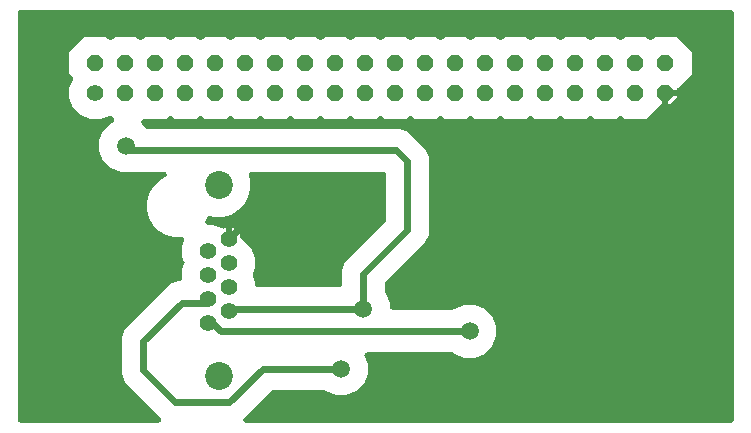
<source format=gbr>
G04 EAGLE Gerber X2 export*
%TF.Part,Single*%
%TF.FileFunction,Copper,L2,Bot,Mixed*%
%TF.FilePolarity,Positive*%
%TF.GenerationSoftware,Autodesk,EAGLE,8.6.3*%
%TF.CreationDate,2019-03-24T10:24:13Z*%
G75*
%MOMM*%
%FSLAX34Y34*%
%LPD*%
%AMOC8*
5,1,8,0,0,1.08239X$1,22.5*%
G01*
%ADD10C,1.422400*%
%ADD11P,1.539592X8X22.500000*%
%ADD12C,2.362200*%
%ADD13C,1.500000*%
%ADD14C,0.609600*%

G36*
X81545Y-9528D02*
X81545Y-9528D01*
X81675Y-9526D01*
X81769Y-9508D01*
X81864Y-9499D01*
X81990Y-9465D01*
X82117Y-9440D01*
X82207Y-9406D01*
X82299Y-9381D01*
X82416Y-9325D01*
X82537Y-9278D01*
X82619Y-9228D01*
X82705Y-9187D01*
X82811Y-9112D01*
X82922Y-9044D01*
X82994Y-8981D01*
X83071Y-8925D01*
X83162Y-8832D01*
X83259Y-8746D01*
X83319Y-8671D01*
X83385Y-8603D01*
X83458Y-8495D01*
X83539Y-8393D01*
X83584Y-8309D01*
X83637Y-8230D01*
X83690Y-8111D01*
X83752Y-7996D01*
X83781Y-7905D01*
X83820Y-7818D01*
X83851Y-7691D01*
X83891Y-7568D01*
X83904Y-7473D01*
X83926Y-7380D01*
X83934Y-7251D01*
X83952Y-7122D01*
X83948Y-7026D01*
X83954Y-6931D01*
X83939Y-6802D01*
X83934Y-6672D01*
X83913Y-6579D01*
X83902Y-6484D01*
X83864Y-6359D01*
X83836Y-6232D01*
X83799Y-6144D01*
X83772Y-6053D01*
X83713Y-5937D01*
X83663Y-5817D01*
X83611Y-5736D01*
X83567Y-5651D01*
X83489Y-5548D01*
X83418Y-5439D01*
X83332Y-5341D01*
X83295Y-5293D01*
X83262Y-5262D01*
X83211Y-5204D01*
X53335Y24672D01*
X50587Y31305D01*
X50587Y62895D01*
X53335Y69528D01*
X91308Y107501D01*
X97941Y110249D01*
X98848Y110249D01*
X98883Y110252D01*
X98917Y110250D01*
X99106Y110272D01*
X99297Y110289D01*
X99330Y110298D01*
X99364Y110302D01*
X99547Y110357D01*
X99731Y110407D01*
X99762Y110422D01*
X99795Y110432D01*
X99966Y110519D01*
X100138Y110601D01*
X100166Y110621D01*
X100197Y110636D01*
X100349Y110752D01*
X100504Y110863D01*
X100528Y110888D01*
X100555Y110908D01*
X100684Y111048D01*
X100818Y111185D01*
X100837Y111214D01*
X100861Y111240D01*
X100963Y111401D01*
X101070Y111558D01*
X101084Y111590D01*
X101102Y111619D01*
X101175Y111796D01*
X101252Y111970D01*
X101260Y112004D01*
X101273Y112036D01*
X101313Y112223D01*
X101359Y112408D01*
X101361Y112442D01*
X101368Y112476D01*
X101387Y112788D01*
X101387Y120078D01*
X103371Y124868D01*
X103421Y125025D01*
X103477Y125180D01*
X103488Y125240D01*
X103506Y125298D01*
X103527Y125461D01*
X103555Y125623D01*
X103555Y125684D01*
X103563Y125745D01*
X103554Y125909D01*
X103554Y126073D01*
X103543Y126133D01*
X103540Y126194D01*
X103502Y126354D01*
X103473Y126516D01*
X103448Y126589D01*
X103438Y126633D01*
X103414Y126689D01*
X103371Y126812D01*
X101387Y131601D01*
X101387Y140399D01*
X102950Y144172D01*
X102975Y144251D01*
X103008Y144326D01*
X103042Y144465D01*
X103085Y144602D01*
X103096Y144684D01*
X103115Y144764D01*
X103124Y144906D01*
X103142Y145049D01*
X103138Y145131D01*
X103143Y145213D01*
X103126Y145355D01*
X103119Y145498D01*
X103100Y145578D01*
X103091Y145660D01*
X103049Y145798D01*
X103017Y145937D01*
X102984Y146012D01*
X102960Y146091D01*
X102895Y146219D01*
X102839Y146350D01*
X102793Y146419D01*
X102756Y146493D01*
X102670Y146607D01*
X102591Y146726D01*
X102534Y146786D01*
X102484Y146851D01*
X102379Y146948D01*
X102280Y147052D01*
X102214Y147101D01*
X102153Y147157D01*
X102032Y147234D01*
X101917Y147318D01*
X101843Y147354D01*
X101773Y147398D01*
X101641Y147453D01*
X101512Y147516D01*
X101433Y147538D01*
X101357Y147569D01*
X101216Y147599D01*
X101079Y147639D01*
X100997Y147647D01*
X100916Y147664D01*
X100670Y147679D01*
X100631Y147683D01*
X100620Y147682D01*
X100604Y147683D01*
X94622Y147683D01*
X87904Y149484D01*
X81880Y152961D01*
X76961Y157880D01*
X73484Y163904D01*
X71683Y170622D01*
X71683Y177578D01*
X73484Y184296D01*
X76961Y190320D01*
X81880Y195239D01*
X87170Y198293D01*
X87180Y198300D01*
X87190Y198305D01*
X87362Y198428D01*
X87538Y198552D01*
X87547Y198560D01*
X87556Y198567D01*
X87706Y198721D01*
X87855Y198872D01*
X87862Y198881D01*
X87870Y198889D01*
X87989Y199066D01*
X88111Y199242D01*
X88116Y199253D01*
X88122Y199262D01*
X88209Y199459D01*
X88297Y199652D01*
X88300Y199664D01*
X88304Y199674D01*
X88355Y199881D01*
X88407Y200089D01*
X88408Y200101D01*
X88411Y200112D01*
X88424Y200323D01*
X88439Y200538D01*
X88438Y200550D01*
X88439Y200561D01*
X88414Y200774D01*
X88391Y200986D01*
X88388Y200997D01*
X88387Y201008D01*
X88324Y201215D01*
X88265Y201418D01*
X88260Y201428D01*
X88256Y201439D01*
X88159Y201630D01*
X88064Y201821D01*
X88057Y201830D01*
X88052Y201841D01*
X87924Y202010D01*
X87795Y202182D01*
X87787Y202190D01*
X87780Y202199D01*
X87623Y202344D01*
X87467Y202490D01*
X87457Y202497D01*
X87449Y202505D01*
X87268Y202620D01*
X87089Y202736D01*
X87079Y202740D01*
X87069Y202746D01*
X86870Y202828D01*
X86674Y202910D01*
X86663Y202913D01*
X86652Y202917D01*
X86443Y202962D01*
X86235Y203009D01*
X86224Y203010D01*
X86212Y203012D01*
X85900Y203031D01*
X60265Y203031D01*
X60149Y203021D01*
X60032Y203021D01*
X59925Y203001D01*
X59817Y202991D01*
X59704Y202961D01*
X59589Y202940D01*
X59443Y202889D01*
X59382Y202873D01*
X59350Y202857D01*
X59293Y202838D01*
X58476Y202499D01*
X49524Y202499D01*
X41254Y205925D01*
X34925Y212254D01*
X31499Y220524D01*
X31499Y229476D01*
X34925Y237746D01*
X41254Y244075D01*
X42338Y244524D01*
X42411Y244562D01*
X42488Y244592D01*
X42611Y244667D01*
X42737Y244733D01*
X42803Y244783D01*
X42873Y244826D01*
X42980Y244921D01*
X43093Y245008D01*
X43149Y245070D01*
X43210Y245124D01*
X43299Y245236D01*
X43395Y245343D01*
X43439Y245413D01*
X43490Y245477D01*
X43557Y245603D01*
X43633Y245725D01*
X43664Y245802D01*
X43702Y245874D01*
X43747Y246010D01*
X43800Y246143D01*
X43816Y246224D01*
X43842Y246302D01*
X43861Y246444D01*
X43890Y246584D01*
X43892Y246667D01*
X43903Y246748D01*
X43897Y246892D01*
X43901Y247035D01*
X43888Y247116D01*
X43885Y247198D01*
X43854Y247338D01*
X43832Y247480D01*
X43805Y247557D01*
X43787Y247638D01*
X43732Y247770D01*
X43685Y247905D01*
X43645Y247977D01*
X43613Y248053D01*
X43536Y248174D01*
X43466Y248299D01*
X43414Y248362D01*
X43369Y248432D01*
X43206Y248617D01*
X43181Y248647D01*
X43173Y248654D01*
X43162Y248666D01*
X42072Y249756D01*
X41908Y249893D01*
X41748Y250030D01*
X41737Y250036D01*
X41727Y250045D01*
X41542Y250151D01*
X41359Y250257D01*
X41347Y250262D01*
X41336Y250268D01*
X41136Y250339D01*
X40937Y250412D01*
X40924Y250415D01*
X40911Y250419D01*
X40702Y250454D01*
X40493Y250490D01*
X40480Y250490D01*
X40467Y250493D01*
X40253Y250490D01*
X40043Y250489D01*
X40030Y250487D01*
X40017Y250486D01*
X39808Y250446D01*
X39600Y250408D01*
X39585Y250403D01*
X39575Y250401D01*
X39538Y250387D01*
X39305Y250306D01*
X32498Y247487D01*
X23701Y247487D01*
X15574Y250854D01*
X9354Y257074D01*
X5987Y265201D01*
X5987Y273998D01*
X8806Y280805D01*
X8870Y281008D01*
X8935Y281209D01*
X8937Y281222D01*
X8941Y281234D01*
X8968Y281446D01*
X8997Y281655D01*
X8996Y281668D01*
X8998Y281681D01*
X8987Y281892D01*
X8978Y282105D01*
X8976Y282118D01*
X8975Y282131D01*
X8927Y282336D01*
X8881Y282544D01*
X8876Y282556D01*
X8873Y282569D01*
X8789Y282765D01*
X8707Y282960D01*
X8700Y282971D01*
X8695Y282983D01*
X8578Y283160D01*
X8463Y283338D01*
X8453Y283350D01*
X8447Y283358D01*
X8420Y283387D01*
X8256Y283572D01*
X5987Y285841D01*
X5987Y304159D01*
X18941Y317113D01*
X37259Y317113D01*
X39004Y315368D01*
X39031Y315345D01*
X39054Y315319D01*
X39203Y315201D01*
X39350Y315079D01*
X39380Y315061D01*
X39407Y315040D01*
X39575Y314950D01*
X39741Y314855D01*
X39773Y314844D01*
X39804Y314827D01*
X39985Y314769D01*
X40165Y314705D01*
X40199Y314699D01*
X40232Y314688D01*
X40421Y314662D01*
X40609Y314631D01*
X40644Y314632D01*
X40678Y314627D01*
X40869Y314635D01*
X41059Y314637D01*
X41094Y314644D01*
X41128Y314645D01*
X41314Y314686D01*
X41502Y314723D01*
X41534Y314735D01*
X41568Y314743D01*
X41744Y314816D01*
X41922Y314885D01*
X41951Y314903D01*
X41983Y314916D01*
X42144Y315020D01*
X42306Y315119D01*
X42332Y315142D01*
X42361Y315161D01*
X42596Y315368D01*
X44341Y317113D01*
X62659Y317113D01*
X64404Y315368D01*
X64431Y315345D01*
X64454Y315319D01*
X64603Y315201D01*
X64750Y315079D01*
X64780Y315061D01*
X64807Y315040D01*
X64975Y314950D01*
X65141Y314855D01*
X65173Y314844D01*
X65204Y314827D01*
X65385Y314769D01*
X65565Y314705D01*
X65599Y314699D01*
X65632Y314688D01*
X65821Y314662D01*
X66009Y314631D01*
X66044Y314632D01*
X66078Y314627D01*
X66269Y314635D01*
X66459Y314637D01*
X66494Y314644D01*
X66528Y314645D01*
X66714Y314686D01*
X66902Y314723D01*
X66934Y314735D01*
X66968Y314743D01*
X67144Y314816D01*
X67322Y314885D01*
X67351Y314903D01*
X67383Y314916D01*
X67544Y315020D01*
X67706Y315119D01*
X67732Y315142D01*
X67761Y315161D01*
X67996Y315368D01*
X69741Y317113D01*
X88059Y317113D01*
X89804Y315368D01*
X89831Y315345D01*
X89854Y315319D01*
X90003Y315201D01*
X90150Y315079D01*
X90180Y315061D01*
X90207Y315040D01*
X90375Y314950D01*
X90541Y314855D01*
X90573Y314844D01*
X90604Y314827D01*
X90785Y314769D01*
X90965Y314705D01*
X90999Y314699D01*
X91032Y314688D01*
X91221Y314662D01*
X91409Y314631D01*
X91444Y314632D01*
X91478Y314627D01*
X91669Y314635D01*
X91859Y314637D01*
X91894Y314644D01*
X91928Y314645D01*
X92114Y314686D01*
X92302Y314723D01*
X92334Y314735D01*
X92368Y314743D01*
X92544Y314816D01*
X92722Y314885D01*
X92751Y314903D01*
X92783Y314916D01*
X92944Y315020D01*
X93106Y315119D01*
X93132Y315142D01*
X93161Y315161D01*
X93396Y315368D01*
X95141Y317113D01*
X113459Y317113D01*
X115204Y315368D01*
X115231Y315345D01*
X115254Y315319D01*
X115403Y315201D01*
X115550Y315079D01*
X115580Y315061D01*
X115607Y315040D01*
X115775Y314950D01*
X115941Y314855D01*
X115973Y314844D01*
X116004Y314827D01*
X116185Y314769D01*
X116365Y314705D01*
X116399Y314699D01*
X116432Y314688D01*
X116621Y314662D01*
X116809Y314631D01*
X116844Y314632D01*
X116878Y314627D01*
X117069Y314635D01*
X117259Y314637D01*
X117294Y314644D01*
X117328Y314645D01*
X117514Y314686D01*
X117702Y314723D01*
X117734Y314735D01*
X117768Y314743D01*
X117944Y314816D01*
X118122Y314885D01*
X118151Y314903D01*
X118183Y314916D01*
X118344Y315020D01*
X118506Y315119D01*
X118532Y315142D01*
X118561Y315161D01*
X118796Y315368D01*
X120541Y317113D01*
X138859Y317113D01*
X140604Y315368D01*
X140631Y315345D01*
X140654Y315319D01*
X140803Y315201D01*
X140950Y315079D01*
X140980Y315061D01*
X141007Y315040D01*
X141175Y314950D01*
X141341Y314855D01*
X141373Y314844D01*
X141404Y314827D01*
X141585Y314769D01*
X141765Y314705D01*
X141799Y314699D01*
X141832Y314688D01*
X142021Y314662D01*
X142209Y314631D01*
X142244Y314632D01*
X142278Y314627D01*
X142469Y314635D01*
X142659Y314637D01*
X142694Y314644D01*
X142728Y314645D01*
X142914Y314686D01*
X143102Y314723D01*
X143134Y314735D01*
X143168Y314743D01*
X143344Y314816D01*
X143522Y314885D01*
X143551Y314903D01*
X143583Y314916D01*
X143744Y315020D01*
X143906Y315119D01*
X143932Y315142D01*
X143961Y315161D01*
X144196Y315368D01*
X145941Y317113D01*
X164259Y317113D01*
X166004Y315368D01*
X166031Y315345D01*
X166054Y315319D01*
X166203Y315201D01*
X166350Y315079D01*
X166380Y315061D01*
X166407Y315040D01*
X166575Y314950D01*
X166741Y314855D01*
X166773Y314844D01*
X166804Y314827D01*
X166985Y314769D01*
X167165Y314705D01*
X167199Y314699D01*
X167232Y314688D01*
X167421Y314662D01*
X167609Y314631D01*
X167644Y314632D01*
X167678Y314627D01*
X167869Y314635D01*
X168059Y314637D01*
X168094Y314644D01*
X168128Y314645D01*
X168314Y314686D01*
X168502Y314723D01*
X168534Y314735D01*
X168568Y314743D01*
X168744Y314816D01*
X168922Y314885D01*
X168951Y314903D01*
X168983Y314916D01*
X169144Y315020D01*
X169306Y315119D01*
X169332Y315142D01*
X169361Y315161D01*
X169596Y315368D01*
X171341Y317113D01*
X189659Y317113D01*
X191404Y315368D01*
X191431Y315345D01*
X191454Y315319D01*
X191603Y315201D01*
X191750Y315079D01*
X191780Y315061D01*
X191807Y315040D01*
X191975Y314950D01*
X192141Y314855D01*
X192173Y314844D01*
X192204Y314827D01*
X192385Y314769D01*
X192565Y314705D01*
X192599Y314699D01*
X192632Y314688D01*
X192821Y314662D01*
X193009Y314631D01*
X193044Y314632D01*
X193078Y314627D01*
X193269Y314635D01*
X193459Y314637D01*
X193494Y314644D01*
X193528Y314645D01*
X193714Y314686D01*
X193902Y314723D01*
X193934Y314735D01*
X193968Y314743D01*
X194144Y314816D01*
X194322Y314885D01*
X194351Y314903D01*
X194383Y314916D01*
X194544Y315020D01*
X194706Y315119D01*
X194732Y315142D01*
X194761Y315161D01*
X194996Y315368D01*
X196741Y317113D01*
X215059Y317113D01*
X216804Y315368D01*
X216831Y315345D01*
X216854Y315319D01*
X217003Y315201D01*
X217150Y315079D01*
X217180Y315061D01*
X217207Y315040D01*
X217375Y314950D01*
X217541Y314855D01*
X217573Y314844D01*
X217604Y314827D01*
X217785Y314769D01*
X217965Y314705D01*
X217999Y314699D01*
X218032Y314688D01*
X218221Y314662D01*
X218409Y314631D01*
X218444Y314632D01*
X218478Y314627D01*
X218669Y314635D01*
X218859Y314637D01*
X218894Y314644D01*
X218928Y314645D01*
X219114Y314686D01*
X219302Y314723D01*
X219334Y314735D01*
X219368Y314743D01*
X219544Y314816D01*
X219722Y314885D01*
X219751Y314903D01*
X219783Y314916D01*
X219944Y315020D01*
X220106Y315119D01*
X220132Y315142D01*
X220161Y315161D01*
X220396Y315368D01*
X222141Y317113D01*
X240459Y317113D01*
X242204Y315368D01*
X242231Y315345D01*
X242254Y315319D01*
X242403Y315201D01*
X242550Y315079D01*
X242580Y315061D01*
X242607Y315040D01*
X242775Y314950D01*
X242941Y314855D01*
X242973Y314844D01*
X243004Y314827D01*
X243185Y314769D01*
X243365Y314705D01*
X243399Y314699D01*
X243432Y314688D01*
X243621Y314662D01*
X243809Y314631D01*
X243844Y314632D01*
X243878Y314627D01*
X244069Y314635D01*
X244259Y314637D01*
X244294Y314644D01*
X244328Y314645D01*
X244514Y314686D01*
X244702Y314723D01*
X244734Y314735D01*
X244768Y314743D01*
X244944Y314816D01*
X245122Y314885D01*
X245151Y314903D01*
X245183Y314916D01*
X245344Y315020D01*
X245506Y315119D01*
X245532Y315142D01*
X245561Y315161D01*
X245796Y315368D01*
X247541Y317113D01*
X265859Y317113D01*
X267604Y315368D01*
X267631Y315345D01*
X267654Y315319D01*
X267803Y315201D01*
X267950Y315079D01*
X267980Y315061D01*
X268007Y315040D01*
X268175Y314950D01*
X268341Y314855D01*
X268373Y314844D01*
X268404Y314827D01*
X268585Y314769D01*
X268765Y314705D01*
X268799Y314699D01*
X268832Y314688D01*
X269021Y314662D01*
X269209Y314631D01*
X269244Y314632D01*
X269278Y314627D01*
X269469Y314635D01*
X269659Y314637D01*
X269694Y314644D01*
X269728Y314645D01*
X269914Y314686D01*
X270102Y314723D01*
X270134Y314735D01*
X270168Y314743D01*
X270344Y314816D01*
X270522Y314885D01*
X270551Y314903D01*
X270583Y314916D01*
X270744Y315020D01*
X270906Y315119D01*
X270932Y315142D01*
X270961Y315161D01*
X271196Y315368D01*
X272941Y317113D01*
X291259Y317113D01*
X293004Y315368D01*
X293031Y315345D01*
X293054Y315319D01*
X293203Y315201D01*
X293350Y315079D01*
X293380Y315061D01*
X293407Y315040D01*
X293575Y314950D01*
X293741Y314855D01*
X293773Y314844D01*
X293804Y314827D01*
X293985Y314769D01*
X294165Y314705D01*
X294199Y314699D01*
X294232Y314688D01*
X294421Y314662D01*
X294609Y314631D01*
X294644Y314632D01*
X294678Y314627D01*
X294869Y314635D01*
X295059Y314637D01*
X295094Y314644D01*
X295128Y314645D01*
X295314Y314686D01*
X295502Y314723D01*
X295534Y314735D01*
X295568Y314743D01*
X295744Y314816D01*
X295922Y314885D01*
X295951Y314903D01*
X295983Y314916D01*
X296144Y315020D01*
X296306Y315119D01*
X296332Y315142D01*
X296361Y315161D01*
X296596Y315368D01*
X298341Y317113D01*
X316659Y317113D01*
X318404Y315368D01*
X318431Y315345D01*
X318454Y315319D01*
X318603Y315201D01*
X318750Y315079D01*
X318780Y315061D01*
X318807Y315040D01*
X318975Y314950D01*
X319141Y314855D01*
X319173Y314844D01*
X319204Y314827D01*
X319385Y314769D01*
X319565Y314705D01*
X319599Y314699D01*
X319632Y314688D01*
X319821Y314662D01*
X320009Y314631D01*
X320044Y314632D01*
X320078Y314627D01*
X320269Y314635D01*
X320459Y314637D01*
X320494Y314644D01*
X320528Y314645D01*
X320714Y314686D01*
X320902Y314723D01*
X320934Y314735D01*
X320968Y314743D01*
X321144Y314816D01*
X321322Y314885D01*
X321351Y314903D01*
X321383Y314916D01*
X321544Y315020D01*
X321706Y315119D01*
X321732Y315142D01*
X321761Y315161D01*
X321996Y315368D01*
X323741Y317113D01*
X342059Y317113D01*
X343804Y315368D01*
X343831Y315345D01*
X343854Y315319D01*
X344003Y315201D01*
X344150Y315079D01*
X344180Y315061D01*
X344207Y315040D01*
X344375Y314950D01*
X344541Y314855D01*
X344573Y314844D01*
X344604Y314827D01*
X344785Y314769D01*
X344965Y314705D01*
X344999Y314699D01*
X345032Y314688D01*
X345221Y314662D01*
X345409Y314631D01*
X345444Y314632D01*
X345478Y314627D01*
X345669Y314635D01*
X345859Y314637D01*
X345894Y314644D01*
X345928Y314645D01*
X346114Y314686D01*
X346302Y314723D01*
X346334Y314735D01*
X346368Y314743D01*
X346544Y314816D01*
X346722Y314885D01*
X346751Y314903D01*
X346783Y314916D01*
X346944Y315020D01*
X347106Y315119D01*
X347132Y315142D01*
X347161Y315161D01*
X347396Y315368D01*
X349141Y317113D01*
X367459Y317113D01*
X369204Y315368D01*
X369231Y315345D01*
X369254Y315319D01*
X369403Y315201D01*
X369550Y315079D01*
X369580Y315061D01*
X369607Y315040D01*
X369775Y314950D01*
X369941Y314855D01*
X369973Y314844D01*
X370004Y314827D01*
X370185Y314769D01*
X370365Y314705D01*
X370399Y314699D01*
X370432Y314688D01*
X370621Y314662D01*
X370809Y314631D01*
X370844Y314632D01*
X370878Y314627D01*
X371069Y314635D01*
X371259Y314637D01*
X371294Y314644D01*
X371328Y314645D01*
X371514Y314686D01*
X371702Y314723D01*
X371734Y314735D01*
X371768Y314743D01*
X371944Y314816D01*
X372122Y314885D01*
X372151Y314903D01*
X372183Y314916D01*
X372344Y315020D01*
X372506Y315119D01*
X372532Y315142D01*
X372561Y315161D01*
X372796Y315368D01*
X374541Y317113D01*
X392859Y317113D01*
X394604Y315368D01*
X394631Y315345D01*
X394654Y315319D01*
X394803Y315201D01*
X394950Y315079D01*
X394980Y315061D01*
X395007Y315040D01*
X395175Y314950D01*
X395341Y314855D01*
X395373Y314844D01*
X395404Y314827D01*
X395585Y314769D01*
X395765Y314705D01*
X395799Y314699D01*
X395832Y314688D01*
X396021Y314662D01*
X396209Y314631D01*
X396244Y314632D01*
X396278Y314627D01*
X396469Y314635D01*
X396659Y314637D01*
X396694Y314644D01*
X396728Y314645D01*
X396914Y314686D01*
X397102Y314723D01*
X397134Y314735D01*
X397168Y314743D01*
X397344Y314816D01*
X397522Y314885D01*
X397551Y314903D01*
X397583Y314916D01*
X397744Y315020D01*
X397906Y315119D01*
X397932Y315142D01*
X397961Y315161D01*
X398196Y315368D01*
X399941Y317113D01*
X418259Y317113D01*
X420004Y315368D01*
X420031Y315345D01*
X420054Y315319D01*
X420203Y315201D01*
X420350Y315079D01*
X420380Y315062D01*
X420407Y315040D01*
X420576Y314950D01*
X420741Y314855D01*
X420773Y314844D01*
X420804Y314827D01*
X420985Y314768D01*
X421165Y314705D01*
X421199Y314699D01*
X421232Y314688D01*
X421421Y314662D01*
X421609Y314631D01*
X421644Y314632D01*
X421678Y314627D01*
X421869Y314635D01*
X422060Y314637D01*
X422094Y314644D01*
X422128Y314645D01*
X422314Y314686D01*
X422502Y314723D01*
X422534Y314735D01*
X422568Y314743D01*
X422743Y314816D01*
X422922Y314885D01*
X422951Y314903D01*
X422983Y314916D01*
X423143Y315020D01*
X423306Y315119D01*
X423332Y315142D01*
X423361Y315161D01*
X423596Y315368D01*
X425341Y317113D01*
X443659Y317113D01*
X445404Y315368D01*
X445431Y315345D01*
X445454Y315319D01*
X445603Y315201D01*
X445750Y315079D01*
X445780Y315061D01*
X445807Y315040D01*
X445975Y314950D01*
X446141Y314855D01*
X446173Y314844D01*
X446204Y314827D01*
X446385Y314769D01*
X446565Y314705D01*
X446599Y314699D01*
X446632Y314688D01*
X446821Y314662D01*
X447009Y314631D01*
X447044Y314632D01*
X447078Y314627D01*
X447269Y314635D01*
X447459Y314637D01*
X447494Y314644D01*
X447528Y314645D01*
X447714Y314686D01*
X447902Y314723D01*
X447934Y314735D01*
X447968Y314743D01*
X448144Y314816D01*
X448322Y314885D01*
X448351Y314903D01*
X448383Y314916D01*
X448544Y315020D01*
X448706Y315119D01*
X448732Y315142D01*
X448761Y315161D01*
X448996Y315368D01*
X450741Y317113D01*
X469059Y317113D01*
X470804Y315368D01*
X470831Y315345D01*
X470854Y315319D01*
X471003Y315201D01*
X471150Y315079D01*
X471180Y315061D01*
X471207Y315040D01*
X471375Y314950D01*
X471541Y314855D01*
X471573Y314844D01*
X471604Y314827D01*
X471785Y314769D01*
X471965Y314705D01*
X471999Y314699D01*
X472032Y314688D01*
X472221Y314662D01*
X472409Y314631D01*
X472444Y314632D01*
X472478Y314627D01*
X472669Y314635D01*
X472859Y314637D01*
X472894Y314644D01*
X472928Y314645D01*
X473114Y314686D01*
X473302Y314723D01*
X473334Y314735D01*
X473368Y314743D01*
X473544Y314816D01*
X473722Y314885D01*
X473751Y314903D01*
X473783Y314916D01*
X473944Y315020D01*
X474106Y315119D01*
X474132Y315142D01*
X474161Y315161D01*
X474396Y315368D01*
X476141Y317113D01*
X494459Y317113D01*
X496204Y315368D01*
X496231Y315345D01*
X496254Y315319D01*
X496403Y315201D01*
X496550Y315079D01*
X496580Y315061D01*
X496607Y315040D01*
X496775Y314950D01*
X496941Y314855D01*
X496973Y314844D01*
X497004Y314827D01*
X497185Y314769D01*
X497365Y314705D01*
X497399Y314699D01*
X497432Y314688D01*
X497621Y314662D01*
X497809Y314631D01*
X497844Y314632D01*
X497878Y314627D01*
X498069Y314635D01*
X498259Y314637D01*
X498294Y314644D01*
X498328Y314645D01*
X498514Y314686D01*
X498702Y314723D01*
X498734Y314735D01*
X498768Y314743D01*
X498944Y314816D01*
X499122Y314885D01*
X499151Y314903D01*
X499183Y314916D01*
X499344Y315020D01*
X499506Y315119D01*
X499532Y315142D01*
X499561Y315161D01*
X499796Y315368D01*
X501541Y317113D01*
X519859Y317113D01*
X532813Y304159D01*
X532813Y285841D01*
X521096Y274124D01*
X520991Y273998D01*
X520879Y273877D01*
X520847Y273826D01*
X520808Y273779D01*
X520726Y273636D01*
X520638Y273497D01*
X520614Y273441D01*
X520584Y273388D01*
X520529Y273233D01*
X520501Y273166D01*
X520488Y273135D01*
X520487Y273129D01*
X520467Y273081D01*
X520454Y273021D01*
X520433Y272964D01*
X520407Y272801D01*
X520406Y272798D01*
X520381Y272698D01*
X520380Y272679D01*
X520372Y272641D01*
X520367Y272564D01*
X520360Y272520D01*
X520361Y272458D01*
X520353Y272329D01*
X520353Y272139D01*
X510700Y272139D01*
X510666Y272136D01*
X510631Y272138D01*
X510442Y272116D01*
X510252Y272099D01*
X510218Y272090D01*
X510184Y272086D01*
X510001Y272031D01*
X509817Y271981D01*
X509786Y271966D01*
X509753Y271956D01*
X509582Y271869D01*
X509411Y271788D01*
X509383Y271767D01*
X509352Y271752D01*
X509200Y271636D01*
X509045Y271525D01*
X509044Y271525D01*
X509020Y271500D01*
X508993Y271480D01*
X508993Y271479D01*
X508992Y271479D01*
X508863Y271339D01*
X508730Y271202D01*
X508711Y271174D01*
X508687Y271148D01*
X508585Y270987D01*
X508478Y270829D01*
X508464Y270798D01*
X508445Y270768D01*
X508373Y270592D01*
X508296Y270417D01*
X508288Y270384D01*
X508275Y270352D01*
X508234Y270165D01*
X508189Y269980D01*
X508187Y269946D01*
X508180Y269912D01*
X508161Y269600D01*
X508161Y259947D01*
X507971Y259947D01*
X507808Y259933D01*
X507643Y259926D01*
X507583Y259913D01*
X507523Y259907D01*
X507364Y259864D01*
X507203Y259828D01*
X507147Y259805D01*
X507088Y259789D01*
X506940Y259718D01*
X506788Y259655D01*
X506737Y259622D01*
X506682Y259595D01*
X506548Y259500D01*
X506410Y259410D01*
X506352Y259359D01*
X506316Y259333D01*
X506273Y259290D01*
X506176Y259204D01*
X494459Y247487D01*
X476141Y247487D01*
X474396Y249232D01*
X474369Y249255D01*
X474346Y249281D01*
X474197Y249399D01*
X474050Y249521D01*
X474020Y249538D01*
X473993Y249560D01*
X473824Y249650D01*
X473659Y249745D01*
X473627Y249756D01*
X473596Y249773D01*
X473415Y249832D01*
X473235Y249895D01*
X473201Y249901D01*
X473168Y249912D01*
X472979Y249938D01*
X472791Y249969D01*
X472756Y249968D01*
X472722Y249973D01*
X472531Y249965D01*
X472340Y249963D01*
X472306Y249956D01*
X472272Y249955D01*
X472086Y249914D01*
X471898Y249877D01*
X471866Y249865D01*
X471832Y249857D01*
X471657Y249784D01*
X471478Y249715D01*
X471449Y249697D01*
X471417Y249684D01*
X471257Y249580D01*
X471094Y249481D01*
X471068Y249458D01*
X471039Y249439D01*
X470804Y249232D01*
X469059Y247487D01*
X450741Y247487D01*
X448996Y249232D01*
X448969Y249255D01*
X448946Y249281D01*
X448797Y249399D01*
X448650Y249521D01*
X448620Y249539D01*
X448593Y249560D01*
X448425Y249650D01*
X448259Y249745D01*
X448227Y249756D01*
X448196Y249773D01*
X448015Y249831D01*
X447835Y249895D01*
X447801Y249901D01*
X447768Y249912D01*
X447579Y249938D01*
X447391Y249969D01*
X447356Y249968D01*
X447322Y249973D01*
X447131Y249965D01*
X446941Y249963D01*
X446906Y249956D01*
X446872Y249955D01*
X446686Y249914D01*
X446498Y249877D01*
X446466Y249865D01*
X446432Y249857D01*
X446256Y249784D01*
X446078Y249715D01*
X446049Y249697D01*
X446017Y249684D01*
X445856Y249580D01*
X445694Y249481D01*
X445668Y249458D01*
X445639Y249439D01*
X445404Y249232D01*
X443659Y247487D01*
X425341Y247487D01*
X423596Y249232D01*
X423569Y249255D01*
X423546Y249281D01*
X423397Y249399D01*
X423250Y249521D01*
X423220Y249538D01*
X423193Y249560D01*
X423024Y249650D01*
X422859Y249745D01*
X422827Y249756D01*
X422796Y249773D01*
X422615Y249832D01*
X422435Y249895D01*
X422401Y249901D01*
X422368Y249912D01*
X422179Y249938D01*
X421991Y249969D01*
X421956Y249968D01*
X421922Y249973D01*
X421731Y249965D01*
X421540Y249963D01*
X421506Y249956D01*
X421472Y249955D01*
X421286Y249914D01*
X421098Y249877D01*
X421066Y249865D01*
X421032Y249857D01*
X420857Y249784D01*
X420678Y249715D01*
X420649Y249697D01*
X420617Y249684D01*
X420457Y249580D01*
X420294Y249481D01*
X420268Y249458D01*
X420239Y249439D01*
X420004Y249232D01*
X418259Y247487D01*
X399941Y247487D01*
X398196Y249232D01*
X398169Y249255D01*
X398146Y249281D01*
X397997Y249399D01*
X397850Y249521D01*
X397820Y249538D01*
X397793Y249560D01*
X397624Y249650D01*
X397459Y249745D01*
X397427Y249756D01*
X397396Y249773D01*
X397215Y249832D01*
X397035Y249895D01*
X397001Y249901D01*
X396968Y249912D01*
X396779Y249938D01*
X396591Y249969D01*
X396556Y249968D01*
X396522Y249973D01*
X396331Y249965D01*
X396140Y249963D01*
X396106Y249956D01*
X396072Y249955D01*
X395886Y249914D01*
X395698Y249877D01*
X395666Y249865D01*
X395632Y249857D01*
X395457Y249784D01*
X395278Y249715D01*
X395249Y249697D01*
X395217Y249684D01*
X395057Y249580D01*
X394894Y249481D01*
X394868Y249458D01*
X394839Y249439D01*
X394604Y249232D01*
X392859Y247487D01*
X374541Y247487D01*
X372796Y249232D01*
X372769Y249255D01*
X372746Y249281D01*
X372597Y249399D01*
X372450Y249521D01*
X372420Y249538D01*
X372393Y249560D01*
X372224Y249650D01*
X372059Y249745D01*
X372027Y249756D01*
X371996Y249773D01*
X371815Y249832D01*
X371635Y249895D01*
X371601Y249901D01*
X371568Y249912D01*
X371379Y249938D01*
X371191Y249969D01*
X371156Y249968D01*
X371122Y249973D01*
X370931Y249965D01*
X370740Y249963D01*
X370706Y249956D01*
X370672Y249955D01*
X370486Y249914D01*
X370298Y249877D01*
X370266Y249865D01*
X370232Y249857D01*
X370057Y249784D01*
X369878Y249715D01*
X369849Y249697D01*
X369817Y249684D01*
X369657Y249580D01*
X369494Y249481D01*
X369468Y249458D01*
X369439Y249439D01*
X369204Y249232D01*
X367459Y247487D01*
X349141Y247487D01*
X347396Y249232D01*
X347369Y249255D01*
X347346Y249281D01*
X347197Y249399D01*
X347050Y249521D01*
X347020Y249538D01*
X346993Y249560D01*
X346824Y249650D01*
X346659Y249745D01*
X346627Y249756D01*
X346596Y249773D01*
X346415Y249832D01*
X346235Y249895D01*
X346201Y249901D01*
X346168Y249912D01*
X345979Y249938D01*
X345791Y249969D01*
X345756Y249968D01*
X345722Y249973D01*
X345531Y249965D01*
X345340Y249963D01*
X345306Y249956D01*
X345272Y249955D01*
X345086Y249914D01*
X344898Y249877D01*
X344866Y249865D01*
X344832Y249857D01*
X344657Y249784D01*
X344478Y249715D01*
X344449Y249697D01*
X344417Y249684D01*
X344257Y249580D01*
X344094Y249481D01*
X344068Y249458D01*
X344039Y249439D01*
X343804Y249232D01*
X342059Y247487D01*
X323741Y247487D01*
X321996Y249232D01*
X321969Y249255D01*
X321946Y249281D01*
X321797Y249399D01*
X321650Y249521D01*
X321620Y249538D01*
X321593Y249560D01*
X321424Y249650D01*
X321259Y249745D01*
X321227Y249756D01*
X321196Y249773D01*
X321015Y249832D01*
X320835Y249895D01*
X320801Y249901D01*
X320768Y249912D01*
X320579Y249938D01*
X320391Y249969D01*
X320356Y249968D01*
X320322Y249973D01*
X320131Y249965D01*
X319940Y249963D01*
X319906Y249956D01*
X319872Y249955D01*
X319686Y249914D01*
X319498Y249877D01*
X319466Y249865D01*
X319432Y249857D01*
X319257Y249784D01*
X319078Y249715D01*
X319049Y249697D01*
X319017Y249684D01*
X318857Y249580D01*
X318694Y249481D01*
X318668Y249458D01*
X318639Y249439D01*
X318404Y249232D01*
X316659Y247487D01*
X298341Y247487D01*
X296596Y249232D01*
X296569Y249255D01*
X296546Y249281D01*
X296397Y249399D01*
X296250Y249521D01*
X296220Y249538D01*
X296193Y249560D01*
X296024Y249650D01*
X295859Y249745D01*
X295827Y249756D01*
X295796Y249773D01*
X295615Y249832D01*
X295435Y249895D01*
X295401Y249901D01*
X295368Y249912D01*
X295179Y249938D01*
X294991Y249969D01*
X294956Y249968D01*
X294922Y249973D01*
X294731Y249965D01*
X294540Y249963D01*
X294506Y249956D01*
X294472Y249955D01*
X294286Y249914D01*
X294098Y249877D01*
X294066Y249865D01*
X294032Y249857D01*
X293857Y249784D01*
X293678Y249715D01*
X293649Y249697D01*
X293617Y249684D01*
X293457Y249580D01*
X293294Y249481D01*
X293268Y249458D01*
X293239Y249439D01*
X293004Y249232D01*
X291259Y247487D01*
X272941Y247487D01*
X271196Y249232D01*
X271169Y249255D01*
X271146Y249281D01*
X270997Y249399D01*
X270850Y249521D01*
X270820Y249538D01*
X270793Y249560D01*
X270624Y249650D01*
X270459Y249745D01*
X270427Y249756D01*
X270396Y249773D01*
X270215Y249832D01*
X270035Y249895D01*
X270001Y249901D01*
X269968Y249912D01*
X269779Y249938D01*
X269591Y249969D01*
X269556Y249968D01*
X269522Y249973D01*
X269331Y249965D01*
X269140Y249963D01*
X269106Y249956D01*
X269072Y249955D01*
X268886Y249914D01*
X268698Y249877D01*
X268666Y249865D01*
X268632Y249857D01*
X268457Y249784D01*
X268278Y249715D01*
X268249Y249697D01*
X268217Y249684D01*
X268057Y249580D01*
X267894Y249481D01*
X267868Y249458D01*
X267839Y249439D01*
X267604Y249232D01*
X265859Y247487D01*
X247541Y247487D01*
X245796Y249232D01*
X245769Y249255D01*
X245746Y249281D01*
X245597Y249399D01*
X245450Y249521D01*
X245420Y249538D01*
X245393Y249560D01*
X245224Y249650D01*
X245059Y249745D01*
X245027Y249756D01*
X244996Y249773D01*
X244815Y249832D01*
X244635Y249895D01*
X244601Y249901D01*
X244568Y249912D01*
X244379Y249938D01*
X244191Y249969D01*
X244156Y249968D01*
X244122Y249973D01*
X243931Y249965D01*
X243740Y249963D01*
X243706Y249956D01*
X243672Y249955D01*
X243486Y249914D01*
X243298Y249877D01*
X243266Y249865D01*
X243232Y249857D01*
X243057Y249784D01*
X242878Y249715D01*
X242849Y249697D01*
X242817Y249684D01*
X242657Y249580D01*
X242494Y249481D01*
X242468Y249458D01*
X242439Y249439D01*
X242204Y249232D01*
X240459Y247487D01*
X222141Y247487D01*
X220396Y249232D01*
X220369Y249255D01*
X220346Y249281D01*
X220197Y249399D01*
X220050Y249521D01*
X220020Y249538D01*
X219993Y249560D01*
X219824Y249650D01*
X219659Y249745D01*
X219627Y249756D01*
X219596Y249773D01*
X219415Y249832D01*
X219235Y249895D01*
X219201Y249901D01*
X219168Y249912D01*
X218979Y249938D01*
X218791Y249969D01*
X218756Y249968D01*
X218722Y249973D01*
X218531Y249965D01*
X218340Y249963D01*
X218306Y249956D01*
X218272Y249955D01*
X218086Y249914D01*
X217898Y249877D01*
X217866Y249865D01*
X217832Y249857D01*
X217657Y249784D01*
X217478Y249715D01*
X217449Y249697D01*
X217417Y249684D01*
X217257Y249580D01*
X217094Y249481D01*
X217068Y249458D01*
X217039Y249439D01*
X216804Y249232D01*
X215059Y247487D01*
X196741Y247487D01*
X194996Y249232D01*
X194969Y249255D01*
X194946Y249281D01*
X194797Y249399D01*
X194650Y249521D01*
X194620Y249538D01*
X194593Y249560D01*
X194424Y249650D01*
X194259Y249745D01*
X194227Y249756D01*
X194196Y249773D01*
X194015Y249832D01*
X193835Y249895D01*
X193801Y249901D01*
X193768Y249912D01*
X193579Y249938D01*
X193391Y249969D01*
X193356Y249968D01*
X193322Y249973D01*
X193131Y249965D01*
X192940Y249963D01*
X192906Y249956D01*
X192872Y249955D01*
X192686Y249914D01*
X192498Y249877D01*
X192466Y249865D01*
X192432Y249857D01*
X192257Y249784D01*
X192078Y249715D01*
X192049Y249697D01*
X192017Y249684D01*
X191857Y249580D01*
X191694Y249481D01*
X191668Y249458D01*
X191639Y249439D01*
X191404Y249232D01*
X189659Y247487D01*
X171341Y247487D01*
X169596Y249232D01*
X169569Y249255D01*
X169546Y249281D01*
X169397Y249399D01*
X169250Y249521D01*
X169220Y249538D01*
X169193Y249560D01*
X169024Y249650D01*
X168859Y249745D01*
X168827Y249756D01*
X168796Y249773D01*
X168615Y249832D01*
X168435Y249895D01*
X168401Y249901D01*
X168368Y249912D01*
X168179Y249938D01*
X167991Y249969D01*
X167956Y249968D01*
X167922Y249973D01*
X167731Y249965D01*
X167540Y249963D01*
X167506Y249956D01*
X167472Y249955D01*
X167286Y249914D01*
X167098Y249877D01*
X167066Y249865D01*
X167032Y249857D01*
X166857Y249784D01*
X166678Y249715D01*
X166649Y249697D01*
X166617Y249684D01*
X166457Y249580D01*
X166294Y249481D01*
X166268Y249458D01*
X166239Y249439D01*
X166004Y249232D01*
X164259Y247487D01*
X145941Y247487D01*
X144196Y249232D01*
X144169Y249255D01*
X144146Y249281D01*
X143997Y249399D01*
X143850Y249521D01*
X143820Y249538D01*
X143793Y249560D01*
X143624Y249650D01*
X143459Y249745D01*
X143427Y249756D01*
X143396Y249773D01*
X143215Y249832D01*
X143035Y249895D01*
X143001Y249901D01*
X142968Y249912D01*
X142779Y249938D01*
X142591Y249969D01*
X142556Y249968D01*
X142522Y249973D01*
X142331Y249965D01*
X142140Y249963D01*
X142106Y249956D01*
X142072Y249955D01*
X141886Y249914D01*
X141698Y249877D01*
X141666Y249865D01*
X141632Y249857D01*
X141457Y249784D01*
X141278Y249715D01*
X141249Y249697D01*
X141217Y249684D01*
X141057Y249580D01*
X140894Y249481D01*
X140868Y249458D01*
X140839Y249439D01*
X140604Y249232D01*
X138859Y247487D01*
X120541Y247487D01*
X118796Y249232D01*
X118769Y249255D01*
X118746Y249281D01*
X118597Y249399D01*
X118450Y249521D01*
X118420Y249538D01*
X118393Y249560D01*
X118224Y249650D01*
X118059Y249745D01*
X118027Y249756D01*
X117996Y249773D01*
X117815Y249832D01*
X117635Y249895D01*
X117601Y249901D01*
X117568Y249912D01*
X117379Y249938D01*
X117191Y249969D01*
X117156Y249968D01*
X117122Y249973D01*
X116931Y249965D01*
X116740Y249963D01*
X116706Y249956D01*
X116672Y249955D01*
X116486Y249914D01*
X116298Y249877D01*
X116266Y249865D01*
X116232Y249857D01*
X116057Y249784D01*
X115878Y249715D01*
X115849Y249697D01*
X115817Y249684D01*
X115657Y249580D01*
X115494Y249481D01*
X115468Y249458D01*
X115439Y249439D01*
X115204Y249232D01*
X113459Y247487D01*
X95141Y247487D01*
X93396Y249232D01*
X93369Y249255D01*
X93346Y249281D01*
X93197Y249399D01*
X93050Y249521D01*
X93020Y249538D01*
X92993Y249560D01*
X92824Y249650D01*
X92659Y249745D01*
X92627Y249756D01*
X92596Y249773D01*
X92415Y249832D01*
X92235Y249895D01*
X92201Y249901D01*
X92168Y249912D01*
X91979Y249938D01*
X91791Y249969D01*
X91756Y249968D01*
X91722Y249973D01*
X91531Y249965D01*
X91340Y249963D01*
X91306Y249956D01*
X91272Y249955D01*
X91086Y249914D01*
X90898Y249877D01*
X90866Y249865D01*
X90832Y249857D01*
X90657Y249784D01*
X90478Y249715D01*
X90449Y249697D01*
X90417Y249684D01*
X90257Y249580D01*
X90094Y249481D01*
X90068Y249458D01*
X90039Y249439D01*
X89804Y249232D01*
X88059Y247487D01*
X69464Y247487D01*
X69334Y247476D01*
X69204Y247474D01*
X69111Y247456D01*
X69015Y247447D01*
X68890Y247413D01*
X68762Y247388D01*
X68673Y247354D01*
X68581Y247329D01*
X68464Y247273D01*
X68342Y247226D01*
X68260Y247176D01*
X68174Y247135D01*
X68069Y247060D01*
X67958Y246992D01*
X67886Y246929D01*
X67808Y246873D01*
X67718Y246780D01*
X67620Y246694D01*
X67561Y246619D01*
X67494Y246551D01*
X67421Y246443D01*
X67341Y246341D01*
X67296Y246257D01*
X67242Y246178D01*
X67190Y246059D01*
X67128Y245944D01*
X67099Y245853D01*
X67060Y245766D01*
X67029Y245639D01*
X66989Y245516D01*
X66976Y245421D01*
X66953Y245328D01*
X66945Y245199D01*
X66928Y245070D01*
X66931Y244974D01*
X66926Y244879D01*
X66941Y244750D01*
X66946Y244620D01*
X66967Y244527D01*
X66978Y244432D01*
X67015Y244307D01*
X67043Y244180D01*
X67080Y244092D01*
X67108Y244001D01*
X67167Y243885D01*
X67217Y243765D01*
X67269Y243685D01*
X67312Y243599D01*
X67391Y243496D01*
X67461Y243387D01*
X67547Y243289D01*
X67584Y243241D01*
X67617Y243210D01*
X67668Y243152D01*
X70948Y239872D01*
X71075Y239767D01*
X71195Y239655D01*
X71247Y239623D01*
X71294Y239584D01*
X71436Y239502D01*
X71575Y239414D01*
X71632Y239390D01*
X71685Y239360D01*
X71840Y239305D01*
X71992Y239243D01*
X72051Y239230D01*
X72109Y239209D01*
X72271Y239183D01*
X72432Y239148D01*
X72509Y239143D01*
X72553Y239136D01*
X72614Y239137D01*
X72744Y239129D01*
X286251Y239129D01*
X292884Y236381D01*
X298318Y230947D01*
X298319Y230947D01*
X301947Y227319D01*
X307381Y221884D01*
X310129Y215251D01*
X310129Y149749D01*
X307381Y143116D01*
X273792Y109527D01*
X273687Y109401D01*
X273575Y109280D01*
X273543Y109229D01*
X273504Y109182D01*
X273422Y109039D01*
X273334Y108900D01*
X273310Y108844D01*
X273280Y108791D01*
X273225Y108636D01*
X273163Y108484D01*
X273150Y108424D01*
X273129Y108367D01*
X273103Y108204D01*
X273068Y108044D01*
X273063Y107967D01*
X273056Y107922D01*
X273057Y107861D01*
X273049Y107732D01*
X273049Y101824D01*
X273063Y101660D01*
X273070Y101496D01*
X273083Y101436D01*
X273089Y101375D01*
X273132Y101217D01*
X273168Y101056D01*
X273191Y101000D01*
X273207Y100941D01*
X273278Y100793D01*
X273341Y100641D01*
X273374Y100589D01*
X273401Y100534D01*
X273496Y100401D01*
X273586Y100263D01*
X273637Y100205D01*
X273663Y100168D01*
X273706Y100126D01*
X273792Y100028D01*
X274075Y99746D01*
X277501Y91476D01*
X277501Y88628D01*
X277504Y88593D01*
X277502Y88559D01*
X277524Y88370D01*
X277541Y88179D01*
X277550Y88146D01*
X277554Y88112D01*
X277609Y87929D01*
X277659Y87745D01*
X277674Y87714D01*
X277684Y87681D01*
X277771Y87510D01*
X277853Y87338D01*
X277873Y87310D01*
X277888Y87279D01*
X278004Y87127D01*
X278115Y86972D01*
X278140Y86948D01*
X278160Y86921D01*
X278300Y86792D01*
X278437Y86658D01*
X278466Y86639D01*
X278492Y86615D01*
X278653Y86513D01*
X278810Y86406D01*
X278842Y86392D01*
X278871Y86374D01*
X279048Y86301D01*
X279222Y86224D01*
X279256Y86216D01*
X279288Y86203D01*
X279475Y86163D01*
X279660Y86117D01*
X279694Y86115D01*
X279728Y86108D01*
X280040Y86089D01*
X330216Y86089D01*
X330380Y86103D01*
X330544Y86110D01*
X330604Y86123D01*
X330665Y86129D01*
X330823Y86172D01*
X330984Y86208D01*
X331040Y86231D01*
X331099Y86247D01*
X331247Y86318D01*
X331399Y86381D01*
X331451Y86414D01*
X331506Y86441D01*
X331639Y86536D01*
X331777Y86626D01*
X331835Y86677D01*
X331872Y86703D01*
X331914Y86746D01*
X332012Y86832D01*
X332254Y87075D01*
X340524Y90501D01*
X349476Y90501D01*
X357746Y87075D01*
X364075Y80746D01*
X367501Y72476D01*
X367501Y63524D01*
X364075Y55254D01*
X357746Y48925D01*
X349476Y45499D01*
X340524Y45499D01*
X332254Y48925D01*
X331932Y49248D01*
X331805Y49353D01*
X331685Y49465D01*
X331633Y49497D01*
X331586Y49536D01*
X331444Y49618D01*
X331305Y49706D01*
X331248Y49730D01*
X331195Y49760D01*
X331040Y49815D01*
X330888Y49877D01*
X330829Y49890D01*
X330771Y49911D01*
X330609Y49937D01*
X330448Y49972D01*
X330371Y49977D01*
X330327Y49984D01*
X330266Y49983D01*
X330136Y49991D01*
X310192Y49991D01*
X310075Y49981D01*
X309958Y49981D01*
X309852Y49961D01*
X309743Y49951D01*
X302217Y49951D01*
X302120Y49972D01*
X301966Y49982D01*
X301904Y49989D01*
X301867Y49988D01*
X301808Y49991D01*
X258359Y49991D01*
X258277Y49984D01*
X258195Y49986D01*
X258054Y49964D01*
X257911Y49951D01*
X257831Y49930D01*
X257750Y49917D01*
X257615Y49871D01*
X257477Y49833D01*
X257402Y49797D01*
X257324Y49771D01*
X257199Y49701D01*
X257070Y49639D01*
X257003Y49592D01*
X256931Y49551D01*
X256820Y49461D01*
X256704Y49377D01*
X256646Y49318D01*
X256583Y49266D01*
X256490Y49157D01*
X256390Y49055D01*
X256344Y48986D01*
X256290Y48924D01*
X256218Y48800D01*
X256138Y48682D01*
X256104Y48606D01*
X256063Y48535D01*
X256014Y48401D01*
X255956Y48270D01*
X255936Y48190D01*
X255908Y48112D01*
X255883Y47971D01*
X255849Y47832D01*
X255844Y47750D01*
X255830Y47669D01*
X255830Y47526D01*
X255821Y47383D01*
X255831Y47301D01*
X255831Y47219D01*
X255857Y47078D01*
X255873Y46936D01*
X255897Y46857D01*
X255912Y46776D01*
X255992Y46542D01*
X256004Y46505D01*
X256008Y46495D01*
X256014Y46480D01*
X258501Y40476D01*
X258501Y31524D01*
X255075Y23254D01*
X248746Y16925D01*
X240476Y13499D01*
X231524Y13499D01*
X223254Y16925D01*
X222972Y17208D01*
X222845Y17313D01*
X222725Y17425D01*
X222673Y17457D01*
X222626Y17496D01*
X222484Y17578D01*
X222345Y17666D01*
X222288Y17690D01*
X222235Y17720D01*
X222080Y17775D01*
X221928Y17837D01*
X221869Y17850D01*
X221811Y17871D01*
X221649Y17897D01*
X221488Y17932D01*
X221411Y17937D01*
X221367Y17944D01*
X221306Y17943D01*
X221176Y17951D01*
X178257Y17951D01*
X178093Y17937D01*
X177929Y17930D01*
X177869Y17917D01*
X177809Y17911D01*
X177650Y17868D01*
X177489Y17832D01*
X177433Y17809D01*
X177374Y17793D01*
X177226Y17722D01*
X177074Y17659D01*
X177023Y17626D01*
X176968Y17599D01*
X176834Y17504D01*
X176696Y17414D01*
X176638Y17363D01*
X176602Y17337D01*
X176559Y17294D01*
X176462Y17208D01*
X157102Y-2152D01*
X154050Y-5204D01*
X153966Y-5304D01*
X153875Y-5397D01*
X153822Y-5477D01*
X153761Y-5550D01*
X153696Y-5663D01*
X153623Y-5770D01*
X153585Y-5858D01*
X153537Y-5941D01*
X153494Y-6063D01*
X153441Y-6182D01*
X153419Y-6275D01*
X153387Y-6365D01*
X153365Y-6494D01*
X153335Y-6620D01*
X153329Y-6715D01*
X153313Y-6809D01*
X153315Y-6940D01*
X153307Y-7069D01*
X153318Y-7164D01*
X153319Y-7260D01*
X153344Y-7387D01*
X153359Y-7516D01*
X153387Y-7608D01*
X153405Y-7702D01*
X153452Y-7823D01*
X153489Y-7947D01*
X153533Y-8032D01*
X153567Y-8122D01*
X153635Y-8233D01*
X153694Y-8349D01*
X153751Y-8425D01*
X153801Y-8506D01*
X153887Y-8604D01*
X153966Y-8707D01*
X154036Y-8772D01*
X154099Y-8844D01*
X154201Y-8924D01*
X154297Y-9013D01*
X154377Y-9064D01*
X154452Y-9123D01*
X154567Y-9184D01*
X154676Y-9254D01*
X154765Y-9291D01*
X154849Y-9336D01*
X154973Y-9376D01*
X155093Y-9425D01*
X155187Y-9445D01*
X155277Y-9475D01*
X155406Y-9493D01*
X155533Y-9520D01*
X155663Y-9528D01*
X155723Y-9536D01*
X155768Y-9535D01*
X155845Y-9539D01*
X566000Y-9539D01*
X566035Y-9536D01*
X566069Y-9538D01*
X566258Y-9516D01*
X566449Y-9499D01*
X566482Y-9490D01*
X566516Y-9486D01*
X566699Y-9431D01*
X566883Y-9381D01*
X566914Y-9366D01*
X566947Y-9356D01*
X567118Y-9269D01*
X567290Y-9187D01*
X567318Y-9167D01*
X567349Y-9152D01*
X567501Y-9036D01*
X567656Y-8925D01*
X567680Y-8901D01*
X567707Y-8880D01*
X567837Y-8739D01*
X567970Y-8603D01*
X567989Y-8574D01*
X568013Y-8548D01*
X568115Y-8387D01*
X568222Y-8230D01*
X568236Y-8198D01*
X568254Y-8169D01*
X568327Y-7992D01*
X568404Y-7818D01*
X568412Y-7784D01*
X568425Y-7752D01*
X568465Y-7565D01*
X568511Y-7380D01*
X568513Y-7346D01*
X568520Y-7312D01*
X568539Y-7000D01*
X568539Y337300D01*
X568536Y337335D01*
X568538Y337369D01*
X568516Y337558D01*
X568499Y337749D01*
X568490Y337782D01*
X568486Y337816D01*
X568431Y337999D01*
X568381Y338183D01*
X568366Y338214D01*
X568356Y338247D01*
X568269Y338418D01*
X568187Y338590D01*
X568167Y338618D01*
X568152Y338649D01*
X568036Y338801D01*
X567925Y338956D01*
X567900Y338980D01*
X567880Y339007D01*
X567739Y339136D01*
X567603Y339270D01*
X567574Y339289D01*
X567548Y339313D01*
X567387Y339415D01*
X567230Y339522D01*
X567198Y339536D01*
X567169Y339554D01*
X566992Y339627D01*
X566818Y339704D01*
X566784Y339712D01*
X566752Y339725D01*
X566565Y339765D01*
X566380Y339811D01*
X566346Y339813D01*
X566312Y339820D01*
X566000Y339839D01*
X-35000Y339839D01*
X-35035Y339836D01*
X-35069Y339838D01*
X-35258Y339816D01*
X-35449Y339799D01*
X-35482Y339790D01*
X-35516Y339786D01*
X-35699Y339731D01*
X-35883Y339681D01*
X-35914Y339666D01*
X-35947Y339656D01*
X-36118Y339569D01*
X-36290Y339487D01*
X-36318Y339467D01*
X-36349Y339452D01*
X-36501Y339336D01*
X-36656Y339225D01*
X-36680Y339200D01*
X-36707Y339180D01*
X-36836Y339040D01*
X-36970Y338903D01*
X-36989Y338874D01*
X-37013Y338848D01*
X-37115Y338687D01*
X-37222Y338530D01*
X-37236Y338498D01*
X-37254Y338469D01*
X-37327Y338292D01*
X-37404Y338118D01*
X-37412Y338084D01*
X-37425Y338052D01*
X-37465Y337865D01*
X-37511Y337680D01*
X-37513Y337646D01*
X-37520Y337612D01*
X-37539Y337300D01*
X-37539Y-7000D01*
X-37536Y-7035D01*
X-37538Y-7069D01*
X-37516Y-7258D01*
X-37499Y-7449D01*
X-37490Y-7482D01*
X-37486Y-7516D01*
X-37431Y-7699D01*
X-37381Y-7883D01*
X-37366Y-7914D01*
X-37356Y-7947D01*
X-37269Y-8118D01*
X-37187Y-8290D01*
X-37167Y-8318D01*
X-37152Y-8349D01*
X-37036Y-8501D01*
X-36925Y-8656D01*
X-36900Y-8680D01*
X-36880Y-8707D01*
X-36740Y-8836D01*
X-36603Y-8970D01*
X-36574Y-8989D01*
X-36548Y-9013D01*
X-36387Y-9115D01*
X-36230Y-9222D01*
X-36198Y-9236D01*
X-36169Y-9254D01*
X-35992Y-9327D01*
X-35818Y-9404D01*
X-35784Y-9412D01*
X-35752Y-9425D01*
X-35565Y-9465D01*
X-35380Y-9511D01*
X-35346Y-9513D01*
X-35312Y-9520D01*
X-35000Y-9539D01*
X81416Y-9539D01*
X81545Y-9528D01*
G37*
G36*
X234447Y105052D02*
X234447Y105052D01*
X234481Y105050D01*
X234670Y105072D01*
X234861Y105089D01*
X234894Y105098D01*
X234928Y105102D01*
X235111Y105157D01*
X235295Y105207D01*
X235326Y105222D01*
X235359Y105232D01*
X235530Y105319D01*
X235702Y105401D01*
X235730Y105421D01*
X235761Y105436D01*
X235913Y105552D01*
X236068Y105663D01*
X236092Y105688D01*
X236119Y105708D01*
X236248Y105848D01*
X236382Y105985D01*
X236401Y106014D01*
X236425Y106040D01*
X236527Y106201D01*
X236634Y106358D01*
X236648Y106390D01*
X236666Y106419D01*
X236739Y106596D01*
X236816Y106770D01*
X236824Y106804D01*
X236837Y106836D01*
X236877Y107023D01*
X236923Y107208D01*
X236925Y107242D01*
X236932Y107276D01*
X236951Y107588D01*
X236951Y119850D01*
X239699Y126483D01*
X273288Y160072D01*
X273393Y160198D01*
X273505Y160319D01*
X273537Y160370D01*
X273576Y160417D01*
X273658Y160560D01*
X273746Y160699D01*
X273770Y160755D01*
X273800Y160808D01*
X273855Y160963D01*
X273917Y161115D01*
X273930Y161175D01*
X273951Y161232D01*
X273977Y161395D01*
X274012Y161555D01*
X274017Y161632D01*
X274024Y161677D01*
X274023Y161738D01*
X274031Y161867D01*
X274031Y200492D01*
X274028Y200527D01*
X274030Y200561D01*
X274008Y200750D01*
X273991Y200941D01*
X273982Y200974D01*
X273978Y201008D01*
X273923Y201191D01*
X273873Y201375D01*
X273858Y201406D01*
X273848Y201439D01*
X273761Y201610D01*
X273679Y201782D01*
X273659Y201810D01*
X273644Y201841D01*
X273528Y201993D01*
X273417Y202148D01*
X273392Y202172D01*
X273372Y202199D01*
X273232Y202328D01*
X273095Y202462D01*
X273066Y202481D01*
X273040Y202505D01*
X272879Y202607D01*
X272722Y202714D01*
X272690Y202728D01*
X272661Y202746D01*
X272484Y202819D01*
X272310Y202896D01*
X272276Y202904D01*
X272244Y202917D01*
X272057Y202957D01*
X271872Y203003D01*
X271838Y203005D01*
X271804Y203012D01*
X271492Y203031D01*
X160401Y203031D01*
X160260Y203019D01*
X160118Y203016D01*
X160036Y202999D01*
X159952Y202991D01*
X159816Y202954D01*
X159677Y202926D01*
X159599Y202895D01*
X159518Y202873D01*
X159390Y202812D01*
X159259Y202760D01*
X159187Y202716D01*
X159111Y202679D01*
X158996Y202597D01*
X158876Y202522D01*
X158813Y202466D01*
X158745Y202417D01*
X158646Y202316D01*
X158541Y202221D01*
X158490Y202155D01*
X158431Y202095D01*
X158352Y201978D01*
X158265Y201866D01*
X158226Y201791D01*
X158179Y201722D01*
X158122Y201592D01*
X158056Y201467D01*
X158031Y201387D01*
X157997Y201310D01*
X157963Y201172D01*
X157921Y201037D01*
X157910Y200954D01*
X157890Y200872D01*
X157881Y200731D01*
X157863Y200591D01*
X157868Y200507D01*
X157862Y200423D01*
X157879Y200282D01*
X157886Y200141D01*
X157908Y200032D01*
X157915Y199976D01*
X157929Y199926D01*
X157948Y199835D01*
X159202Y195156D01*
X159202Y188096D01*
X157375Y181277D01*
X153845Y175163D01*
X148853Y170171D01*
X142739Y166641D01*
X135920Y164814D01*
X128860Y164814D01*
X125808Y165632D01*
X125774Y165638D01*
X125741Y165649D01*
X125553Y165677D01*
X125365Y165710D01*
X125330Y165709D01*
X125296Y165714D01*
X125106Y165708D01*
X124915Y165707D01*
X124880Y165701D01*
X124846Y165700D01*
X124659Y165660D01*
X124472Y165626D01*
X124439Y165614D01*
X124405Y165606D01*
X124228Y165534D01*
X124050Y165467D01*
X124021Y165450D01*
X123988Y165437D01*
X123827Y165334D01*
X123663Y165237D01*
X123637Y165214D01*
X123608Y165196D01*
X123467Y165067D01*
X123323Y164942D01*
X123302Y164915D01*
X123276Y164891D01*
X123160Y164740D01*
X123041Y164591D01*
X123024Y164561D01*
X123003Y164533D01*
X122916Y164364D01*
X122825Y164196D01*
X122814Y164163D01*
X122798Y164133D01*
X122741Y163964D01*
X122734Y163948D01*
X122729Y163928D01*
X122727Y163922D01*
X121572Y161922D01*
X121562Y161901D01*
X121550Y161882D01*
X121468Y161696D01*
X121383Y161513D01*
X121377Y161491D01*
X121367Y161470D01*
X121319Y161273D01*
X121268Y161078D01*
X121266Y161055D01*
X121261Y161032D01*
X121248Y160831D01*
X121232Y160629D01*
X121234Y160606D01*
X121233Y160583D01*
X121256Y160382D01*
X121276Y160181D01*
X121282Y160159D01*
X121285Y160136D01*
X121344Y159941D01*
X121399Y159748D01*
X121409Y159727D01*
X121415Y159705D01*
X121507Y159524D01*
X121596Y159343D01*
X121609Y159324D01*
X121620Y159303D01*
X121742Y159143D01*
X121861Y158979D01*
X121878Y158963D01*
X121892Y158945D01*
X122040Y158808D01*
X122187Y158668D01*
X122206Y158655D01*
X122223Y158639D01*
X122394Y158531D01*
X122562Y158419D01*
X122583Y158410D01*
X122603Y158398D01*
X122790Y158321D01*
X122975Y158241D01*
X122998Y158235D01*
X123019Y158227D01*
X123217Y158184D01*
X123414Y158138D01*
X123437Y158137D01*
X123459Y158132D01*
X123771Y158113D01*
X127899Y158113D01*
X135410Y155001D01*
X135447Y154990D01*
X135482Y154973D01*
X135662Y154922D01*
X135839Y154867D01*
X135878Y154862D01*
X135916Y154851D01*
X136101Y154833D01*
X136286Y154810D01*
X136325Y154812D01*
X136364Y154808D01*
X136550Y154824D01*
X136736Y154833D01*
X136774Y154842D01*
X136813Y154845D01*
X136993Y154893D01*
X137174Y154935D01*
X137210Y154951D01*
X137248Y154961D01*
X137534Y155085D01*
X137575Y155106D01*
X138741Y155484D01*
X138741Y153083D01*
X138750Y152980D01*
X138749Y152875D01*
X138770Y152756D01*
X138780Y152635D01*
X138808Y152534D01*
X138826Y152432D01*
X138867Y152318D01*
X138899Y152200D01*
X138944Y152106D01*
X138979Y152008D01*
X139040Y151903D01*
X139092Y151794D01*
X139153Y151709D01*
X139205Y151619D01*
X139319Y151477D01*
X139355Y151428D01*
X139355Y151427D01*
X139374Y151409D01*
X139401Y151375D01*
X139541Y151246D01*
X139678Y151113D01*
X139707Y151094D01*
X139732Y151070D01*
X139893Y150968D01*
X140051Y150861D01*
X140083Y150847D01*
X140112Y150828D01*
X140288Y150756D01*
X140462Y150679D01*
X140497Y150671D01*
X140529Y150657D01*
X140715Y150617D01*
X140900Y150572D01*
X140935Y150570D01*
X140969Y150563D01*
X141160Y150556D01*
X141349Y150545D01*
X141384Y150549D01*
X141419Y150548D01*
X141607Y150575D01*
X141796Y150597D01*
X141830Y150607D01*
X141865Y150612D01*
X142045Y150672D01*
X142227Y150727D01*
X142259Y150743D01*
X142292Y150754D01*
X142459Y150845D01*
X142629Y150931D01*
X142657Y150953D01*
X142688Y150969D01*
X142836Y151088D01*
X142987Y151203D01*
X143011Y151229D01*
X143039Y151251D01*
X143164Y151395D01*
X143293Y151535D01*
X143312Y151564D01*
X143335Y151591D01*
X143432Y151754D01*
X143534Y151914D01*
X143548Y151947D01*
X143566Y151977D01*
X143633Y152155D01*
X143705Y152331D01*
X143713Y152365D01*
X143725Y152398D01*
X143760Y152584D01*
X143800Y152771D01*
X143803Y152814D01*
X143808Y152841D01*
X143808Y152902D01*
X143819Y153083D01*
X143819Y155484D01*
X144985Y155106D01*
X146339Y154416D01*
X147568Y153523D01*
X148643Y152448D01*
X149536Y151219D01*
X150226Y149865D01*
X150695Y148420D01*
X150904Y147101D01*
X150907Y147088D01*
X150908Y147075D01*
X150962Y146871D01*
X151014Y146664D01*
X151019Y146652D01*
X151022Y146640D01*
X151111Y146448D01*
X151199Y146253D01*
X151206Y146243D01*
X151211Y146231D01*
X151333Y146057D01*
X151453Y145882D01*
X151462Y145873D01*
X151470Y145862D01*
X151619Y145714D01*
X151769Y145561D01*
X151780Y145554D01*
X151789Y145545D01*
X151964Y145424D01*
X152137Y145302D01*
X152149Y145296D01*
X152160Y145289D01*
X152440Y145152D01*
X153806Y144586D01*
X160026Y138366D01*
X163393Y130239D01*
X163393Y121441D01*
X161409Y116652D01*
X161359Y116495D01*
X161303Y116340D01*
X161292Y116280D01*
X161274Y116222D01*
X161253Y116059D01*
X161225Y115897D01*
X161225Y115836D01*
X161217Y115775D01*
X161226Y115611D01*
X161226Y115447D01*
X161237Y115387D01*
X161240Y115326D01*
X161278Y115166D01*
X161307Y115004D01*
X161332Y114931D01*
X161342Y114887D01*
X161366Y114831D01*
X161409Y114708D01*
X163393Y109918D01*
X163393Y107588D01*
X163396Y107553D01*
X163394Y107519D01*
X163416Y107330D01*
X163433Y107139D01*
X163442Y107106D01*
X163446Y107072D01*
X163501Y106889D01*
X163551Y106705D01*
X163566Y106674D01*
X163576Y106641D01*
X163663Y106470D01*
X163745Y106298D01*
X163765Y106270D01*
X163780Y106239D01*
X163896Y106087D01*
X164007Y105932D01*
X164032Y105908D01*
X164052Y105881D01*
X164192Y105752D01*
X164329Y105618D01*
X164358Y105599D01*
X164384Y105575D01*
X164545Y105473D01*
X164702Y105366D01*
X164734Y105352D01*
X164763Y105334D01*
X164940Y105261D01*
X165114Y105184D01*
X165148Y105176D01*
X165180Y105163D01*
X165367Y105123D01*
X165552Y105077D01*
X165586Y105075D01*
X165620Y105068D01*
X165932Y105049D01*
X234412Y105049D01*
X234447Y105052D01*
G37*
%LPC*%
G36*
X513239Y259947D02*
X513239Y259947D01*
X513239Y267061D01*
X520353Y267061D01*
X520353Y265602D01*
X514698Y259947D01*
X513239Y259947D01*
G37*
%LPD*%
D10*
X28100Y269600D03*
D11*
X28100Y295000D03*
X53500Y269600D03*
X53500Y295000D03*
X78900Y269600D03*
X78900Y295000D03*
X104300Y269600D03*
X104300Y295000D03*
X129700Y269600D03*
X129700Y295000D03*
X155100Y269600D03*
X155100Y295000D03*
X180500Y269600D03*
X180500Y295000D03*
X205900Y269600D03*
X205900Y295000D03*
X231300Y269600D03*
X231300Y295000D03*
X256700Y269600D03*
X256700Y295000D03*
X282100Y269600D03*
X282100Y295000D03*
X307500Y269600D03*
X307500Y295000D03*
X332900Y269600D03*
X332900Y295000D03*
X358300Y269600D03*
X358300Y295000D03*
X383700Y269600D03*
X383700Y295000D03*
X409100Y269600D03*
X409100Y295000D03*
X434500Y269600D03*
X434500Y295000D03*
X459900Y269600D03*
X459900Y295000D03*
X485300Y269600D03*
X485300Y295000D03*
X510700Y269600D03*
X510700Y295000D03*
D10*
X123500Y75040D03*
X141280Y85200D03*
X123500Y95360D03*
X141280Y105520D03*
X123500Y115680D03*
X141280Y125840D03*
X123500Y136000D03*
X141280Y146160D03*
D12*
X132390Y191626D03*
X132390Y29574D03*
D13*
X250000Y160000D03*
D14*
X155120Y160000D01*
X141280Y146160D01*
D13*
X20000Y120000D03*
X345000Y68000D03*
D14*
X127172Y75040D02*
X123500Y75040D01*
X127172Y75040D02*
X134172Y68040D01*
X305960Y68040D02*
X306000Y68000D01*
X305960Y68040D02*
X134172Y68040D01*
X305960Y68040D02*
X345000Y68040D01*
X345000Y68000D01*
X141280Y85200D02*
X141280Y87000D01*
D13*
X54000Y225000D03*
D14*
X282661Y221080D02*
X292080Y211661D01*
X292080Y153339D01*
X282661Y221080D02*
X54000Y221080D01*
X54000Y225000D01*
X143080Y87000D02*
X141280Y85200D01*
X143080Y87000D02*
X255000Y87000D01*
D13*
X255000Y87000D03*
D14*
X255000Y116259D02*
X292080Y153339D01*
X255000Y116259D02*
X255000Y89136D01*
D13*
X236000Y36000D03*
D14*
X68636Y34896D02*
X68636Y59304D01*
X169729Y36000D02*
X236000Y36000D01*
X123500Y95360D02*
X120340Y92200D01*
X169729Y36000D02*
X141444Y7715D01*
X95817Y7715D01*
X68636Y34896D01*
X68636Y59304D02*
X101532Y92200D01*
X120340Y92200D01*
M02*

</source>
